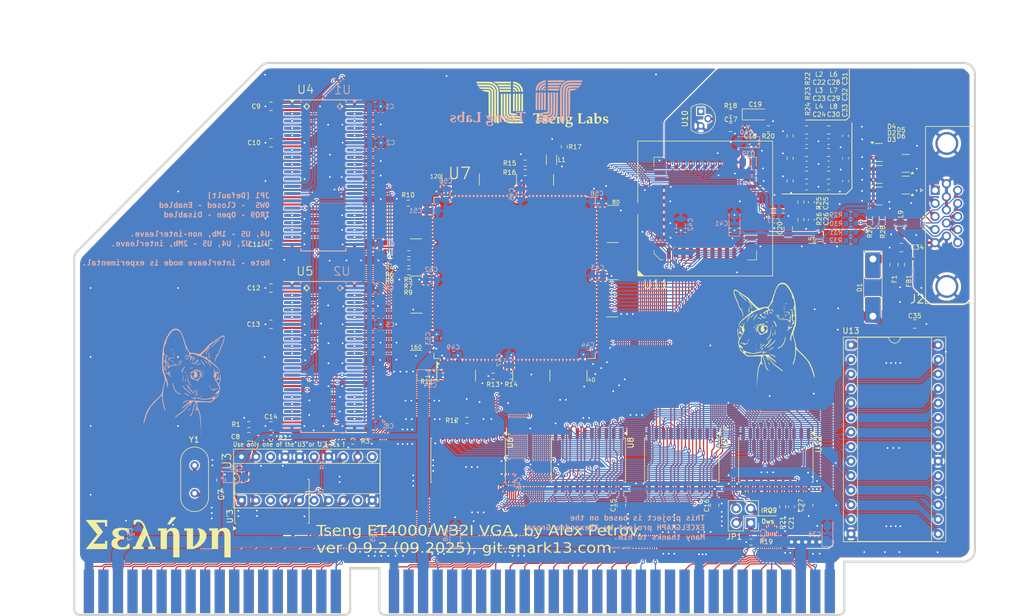
<source format=kicad_pcb>
(kicad_pcb
	(version 20241229)
	(generator "pcbnew")
	(generator_version "9.0")
	(general
		(thickness 1.6)
		(legacy_teardrops no)
	)
	(paper "A4")
	(title_block
		(title "Selena - Tseng ET4000/W32I ISA VGA Card")
		(date "2025-09-13")
		(rev "0.9.2")
		(company "Alexander Petrov")
	)
	(layers
		(0 "F.Cu" signal)
		(2 "B.Cu" signal)
		(9 "F.Adhes" user "F.Adhesive")
		(11 "B.Adhes" user "B.Adhesive")
		(13 "F.Paste" user)
		(15 "B.Paste" user)
		(5 "F.SilkS" user "F.Silkscreen")
		(7 "B.SilkS" user "B.Silkscreen")
		(1 "F.Mask" user)
		(3 "B.Mask" user)
		(17 "Dwgs.User" user "User.Drawings")
		(19 "Cmts.User" user "User.Comments")
		(21 "Eco1.User" user "User.Eco1")
		(23 "Eco2.User" user "User.Eco2")
		(25 "Edge.Cuts" user)
		(27 "Margin" user)
		(31 "F.CrtYd" user "F.Courtyard")
		(29 "B.CrtYd" user "B.Courtyard")
		(35 "F.Fab" user)
		(33 "B.Fab" user)
	)
	(setup
		(stackup
			(layer "F.SilkS"
				(type "Top Silk Screen")
			)
			(layer "F.Paste"
				(type "Top Solder Paste")
			)
			(layer "F.Mask"
				(type "Top Solder Mask")
				(color "Purple")
				(thickness 0.01)
				(material "Epoxy")
				(epsilon_r 3.3)
				(loss_tangent 0)
			)
			(layer "F.Cu"
				(type "copper")
				(thickness 0.035)
			)
			(layer "dielectric 1"
				(type "core")
				(color "FR4 natural")
				(thickness 1.51)
				(material "FR4")
				(epsilon_r 4.5)
				(loss_tangent 0.02)
			)
			(layer "B.Cu"
				(type "copper")
				(thickness 0.035)
			)
			(layer "B.Mask"
				(type "Bottom Solder Mask")
				(color "Purple")
				(thickness 0.01)
				(material "Epoxy")
				(epsilon_r 3.3)
				(loss_tangent 0)
			)
			(layer "B.Paste"
				(type "Bottom Solder Paste")
			)
			(layer "B.SilkS"
				(type "Bottom Silk Screen")
			)
			(copper_finish "ENIG")
			(dielectric_constraints no)
		)
		(pad_to_mask_clearance 0)
		(allow_soldermask_bridges_in_footprints yes)
		(tenting front back)
		(pcbplotparams
			(layerselection 0x00000000_00000000_55555555_575555ff)
			(plot_on_all_layers_selection 0x00000000_00000000_00000000_02000000)
			(disableapertmacros no)
			(usegerberextensions yes)
			(usegerberattributes yes)
			(usegerberadvancedattributes yes)
			(creategerberjobfile yes)
			(dashed_line_dash_ratio 12.000000)
			(dashed_line_gap_ratio 3.000000)
			(svgprecision 4)
			(plotframeref no)
			(mode 1)
			(useauxorigin no)
			(hpglpennumber 1)
			(hpglpenspeed 20)
			(hpglpendiameter 15.000000)
			(pdf_front_fp_property_popups yes)
			(pdf_back_fp_property_popups yes)
			(pdf_metadata yes)
			(pdf_single_document no)
			(dxfpolygonmode yes)
			(dxfimperialunits yes)
			(dxfusepcbnewfont yes)
			(psnegative no)
			(psa4output no)
			(plot_black_and_white yes)
			(sketchpadsonfab no)
			(plotpadnumbers no)
			(hidednponfab no)
			(sketchdnponfab yes)
			(crossoutdnponfab yes)
			(subtractmaskfromsilk yes)
			(outputformat 1)
			(mirror no)
			(drillshape 0)
			(scaleselection 1)
			(outputdirectory "gerbers/")
		)
	)
	(net 0 "")
	(net 1 "/SD0")
	(net 2 "/SD1")
	(net 3 "/SD2")
	(net 4 "/SD3")
	(net 5 "/SD4")
	(net 6 "/SD5")
	(net 7 "/SD6")
	(net 8 "/SD7")
	(net 9 "/SD8")
	(net 10 "/SD9")
	(net 11 "/SD10")
	(net 12 "/SD11")
	(net 13 "/SD12")
	(net 14 "/SD13")
	(net 15 "/SD14")
	(net 16 "/SD15")
	(net 17 "/RESET")
	(net 18 "/LA23")
	(net 19 "/IOCHRDY")
	(net 20 "/LA22")
	(net 21 "/AEN")
	(net 22 "/BALE")
	(net 23 "/LA21")
	(net 24 "/LA20")
	(net 25 "/LA19")
	(net 26 "/LA18")
	(net 27 "/LA17")
	(net 28 "/SA16")
	(net 29 "/SA15")
	(net 30 "/SA14")
	(net 31 "/SA13")
	(net 32 "/SA12")
	(net 33 "/SA11")
	(net 34 "/SA10")
	(net 35 "/SA9")
	(net 36 "/SA8")
	(net 37 "/SA7")
	(net 38 "/SA6")
	(net 39 "/SA5")
	(net 40 "/SA4")
	(net 41 "/SA3")
	(net 42 "/SA2")
	(net 43 "/SA1")
	(net 44 "/SA0")
	(net 45 "/MD0")
	(net 46 "/MD1")
	(net 47 "/MD2")
	(net 48 "/MD3")
	(net 49 "/MD4")
	(net 50 "/MD5")
	(net 51 "/MD6")
	(net 52 "/MD7")
	(net 53 "VCC")
	(net 54 "RED")
	(net 55 "GREEN")
	(net 56 "BLUE")
	(net 57 "Net-(F1-Pad1)")
	(net 58 "/GMCLK")
	(net 59 "/~{IOR}")
	(net 60 "/~{MCS16}")
	(net 61 "/~{SBHE}")
	(net 62 "/~{IOW}")
	(net 63 "/0WS")
	(net 64 "VSYNC")
	(net 65 "HSYNC")
	(net 66 "/DB11")
	(net 67 "/DB10")
	(net 68 "Net-(C25-Pad1)")
	(net 69 "Net-(C28-Pad1)")
	(net 70 "Net-(C29-Pad1)")
	(net 71 "Net-(C30-Pad1)")
	(net 72 "Net-(C31-Pad1)")
	(net 73 "Net-(C32-Pad1)")
	(net 74 "Net-(C33-Pad1)")
	(net 75 "Net-(C34-Pad1)")
	(net 76 "Net-(C26-Pad1)")
	(net 77 "Net-(D1-K)")
	(net 78 "Net-(J1-UNUSED)")
	(net 79 "unconnected-(J1-~{IOCS16}-Pad64)")
	(net 80 "unconnected-(J1-~{DACK5}-Pad72)")
	(net 81 "unconnected-(J1-BA17-Pad45)")
	(net 82 "unconnected-(J1-DRQ7-Pad77)")
	(net 83 "unconnected-(J1-CLK-Pad20)")
	(net 84 "unconnected-(J1-DRQ3-Pad16)")
	(net 85 "unconnected-(J1--5V-Pad5)")
	(net 86 "unconnected-(J1-DRQ6-Pad75)")
	(net 87 "unconnected-(J1-IRQ15-Pad68)")
	(net 88 "unconnected-(J1-IRQ14-Pad69)")
	(net 89 "unconnected-(J1-~{DACK3}-Pad15)")
	(net 90 "unconnected-(J1-~{SMEMR}-Pad12)")
	(net 91 "unconnected-(J1-DRQ1-Pad18)")
	(net 92 "unconnected-(J1-IRQ3-Pad25)")
	(net 93 "unconnected-(J1-DRQ2-Pad6)")
	(net 94 "unconnected-(J1-~{DACK1}-Pad17)")
	(net 95 "unconnected-(J1-IRQ4-Pad24)")
	(net 96 "unconnected-(J1-OSC-Pad30)")
	(net 97 "unconnected-(J1-IRQ5-Pad23)")
	(net 98 "unconnected-(J1-BA18-Pad44)")
	(net 99 "unconnected-(J1-IRQ7-Pad21)")
	(net 100 "unconnected-(J1-IRQ12-Pad67)")
	(net 101 "unconnected-(J1-TC-Pad27)")
	(net 102 "unconnected-(J1-~{DACK7}-Pad76)")
	(net 103 "GND")
	(net 104 "GNDA")
	(net 105 "unconnected-(J1-IRQ6-Pad22)")
	(net 106 "unconnected-(J1-~{REFRESH}-Pad19)")
	(net 107 "unconnected-(J1-DRQ0-Pad71)")
	(net 108 "/IRQ2")
	(net 109 "unconnected-(J1-~{DACK0}-Pad70)")
	(net 110 "Net-(J1-IRQ2)")
	(net 111 "unconnected-(J1-BA19-Pad43)")
	(net 112 "unconnected-(J1-IO-Pad32)")
	(net 113 "unconnected-(J1-MASTER-Pad79)")
	(net 114 "unconnected-(J1-+12V-Pad9)")
	(net 115 "unconnected-(J1-DRQ5-Pad73)")
	(net 116 "unconnected-(J1-~{SMEMW}-Pad11)")
	(net 117 "unconnected-(J1--12V-Pad7)")
	(net 118 "unconnected-(J1-IRQ11-Pad66)")
	(net 119 "unconnected-(J1-IRQ10-Pad65)")
	(net 120 "unconnected-(J1-~{DACK2}-Pad26)")
	(net 121 "unconnected-(J1-~{DACK6}-Pad74)")
	(net 122 "Net-(J2-Pad12)")
	(net 123 "Net-(J2-Pad4)")
	(net 124 "Net-(J2-Pad15)")
	(net 125 "Net-(J2-Pad11)")
	(net 126 "/DB15")
	(net 127 "/DB6")
	(net 128 "/~{RDMH}")
	(net 129 "/~{RDML}")
	(net 130 "/DB5")
	(net 131 "/DB9")
	(net 132 "unconnected-(U1-NC-Pad15)")
	(net 133 "/DB12")
	(net 134 "/~{ROME}")
	(net 135 "/DB13")
	(net 136 "/DB2")
	(net 137 "/DB14")
	(net 138 "/DB3")
	(net 139 "unconnected-(U1-NC-Pad12)")
	(net 140 "unconnected-(U1-NC-Pad30)")
	(net 141 "/DB1")
	(net 142 "/DB8")
	(net 143 "/DIR")
	(net 144 "unconnected-(U1-NC-Pad11)")
	(net 145 "/DB4")
	(net 146 "unconnected-(U'3-STROBE-Pad6)")
	(net 147 "/DB7")
	(net 148 "unconnected-(U3-FEXT{slash}MS2-Pad3)")
	(net 149 "unconnected-(U'3-REFOUT-Pad18)")
	(net 150 "/~{ADRE}")
	(net 151 "/DB0")
	(net 152 "unconnected-(U3-MS1-Pad11)")
	(net 153 "unconnected-(U3-STROBE-Pad6)")
	(net 154 "unconnected-(U3-MS0-Pad9)")
	(net 155 "unconnected-(U3-REFOUT-Pad18)")
	(net 156 "unconnected-(U2-NC-Pad12)")
	(net 157 "unconnected-(U2-NC-Pad15)")
	(net 158 "unconnected-(U2-NC-Pad11)")
	(net 159 "unconnected-(U2-NC-Pad30)")
	(net 160 "unconnected-(U4-NC-Pad11)")
	(net 161 "unconnected-(U4-NC-Pad15)")
	(net 162 "unconnected-(U4-NC-Pad30)")
	(net 163 "unconnected-(U4-NC-Pad12)")
	(net 164 "unconnected-(U5-NC-Pad12)")
	(net 165 "/AB4")
	(net 166 "/AB6")
	(net 167 "/AA8")
	(net 168 "/~{CAS5}")
	(net 169 "/MD10")
	(net 170 "/MD22")
	(net 171 "/AA6")
	(net 172 "/MD12")
	(net 173 "/AA0")
	(net 174 "/AA1")
	(net 175 "/MD13")
	(net 176 "/MD25")
	(net 177 "/~{RASB}")
	(net 178 "/MD24")
	(net 179 "/MD11")
	(net 180 "/AA2")
	(net 181 "/~{RASA}")
	(net 182 "/MD9")
	(net 183 "/MD29")
	(net 184 "/AB0")
	(net 185 "/MD20")
	(net 186 "/MD31")
	(net 187 "/AB5")
	(net 188 "/AB2")
	(net 189 "/AA5")
	(net 190 "/MD15")
	(net 191 "/MD8")
	(net 192 "/AB1")
	(net 193 "/~{CAS2}")
	(net 194 "/MD14")
	(net 195 "/~{CAS7}")
	(net 196 "/~{CAS6}")
	(net 197 "/MD26")
	(net 198 "/MD23")
	(net 199 "/MD18")
	(net 200 "/AB3")
	(net 201 "/~{CAS3}")
	(net 202 "/AB7")
	(net 203 "/MD16")
	(net 204 "/~{CAS0}")
	(net 205 "/AA4")
	(net 206 "/MD30")
	(net 207 "/MD17")
	(net 208 "/AA3")
	(net 209 "/AA7")
	(net 210 "/~{CAS1}")
	(net 211 "/MD28")
	(net 212 "/MD21")
	(net 213 "/MD27")
	(net 214 "/MD19")
	(net 215 "/~{CAS4}")
	(net 216 "/AB8")
	(net 217 "/~{DRASA}")
	(net 218 "/~{DRASB}")
	(net 219 "/~{DCAS5}")
	(net 220 "/~{DCAS4}")
	(net 221 "/~{DCAS6}")
	(net 222 "/~{DCAS7}")
	(net 223 "/~{DCAS1}")
	(net 224 "/~{DCAS0}")
	(net 225 "/~{DCAS2}")
	(net 226 "/~{DCAS3}")
	(net 227 "/~{MWA}")
	(net 228 "/~{MWB}")
	(net 229 "/PCLKDAC")
	(net 230 "/~{SENSE}")
	(net 231 "unconnected-(U5-NC-Pad30)")
	(net 232 "/~{PMER}")
	(net 233 "/AP4")
	(net 234 "/AP5")
	(net 235 "/~{PMEW}")
	(net 236 "/AP2")
	(net 237 "/MBS")
	(net 238 "/AP0")
	(net 239 "/AP6")
	(net 240 "/AP7")
	(net 241 "/AP3")
	(net 242 "/AP1")
	(net 243 "/COMP")
	(net 244 "/VREF")
	(net 245 "/RSET")
	(net 246 "unconnected-(U5-NC-Pad15)")
	(net 247 "/~{MEM_R}")
	(net 248 "/~{MEM_W}")
	(net 249 "unconnected-(U5-NC-Pad11)")
	(net 250 "/CS0")
	(net 251 "/CS1")
	(net 252 "/MCLK")
	(net 253 "/CS3")
	(net 254 "/CS2")
	(net 255 "/SCLK")
	(net 256 "unconnected-(U7-AB9-Pad81)")
	(net 257 "unconnected-(U7-AA9{slash}~{XR16}-Pad75)")
	(net 258 "unconnected-(U7-IM4-Pad82)")
	(net 259 "unconnected-(U7-IM3-Pad79)")
	(net 260 "unconnected-(U7-IM7-Pad159)")
	(net 261 "unconnected-(U7-S0-Pad26)")
	(net 262 "unconnected-(U7-IM2-Pad42)")
	(net 263 "unconnected-(U7-IM1-Pad39)")
	(net 264 "VDDA")
	(net 265 "unconnected-(U7-IM5-Pad119)")
	(net 266 "unconnected-(U7-IM0-Pad2)")
	(net 267 "unconnected-(U7-IM6-Pad122)")
	(net 268 "/REST")
	(net 269 "/PCLK")
	(net 270 "/UCPC")
	(net 271 "Net-(U'3-XTAL1)")
	(net 272 "unconnected-(U'3-MS1-Pad11)")
	(net 273 "unconnected-(U'3-FEXT{slash}MS2-Pad3)")
	(net 274 "Net-(U'3-XTAL2)")
	(net 275 "unconnected-(U'3-MS0-Pad9)")
	(footprint "Capacitor_SMD:C_0603_1608Metric" (layer "F.Cu") (at 202.198779 76.7008 90))
	(footprint "Capacitor_SMD:C_0805_2012Metric" (layer "F.Cu") (at 217.925 81.575 180))
	(footprint "Diode_SMD:D_MELF-RM10_Universal_Handsoldering" (layer "F.Cu") (at 212.948779 88.5758 -90))
	(footprint "Fuse:Fuse_0805_2012Metric_Pad1.15x1.40mm_HandSolder" (layer "F.Cu") (at 216.625 84.575 90))
	(footprint "Inductor_SMD:L_0805_2012Metric_Pad1.15x1.40mm_HandSolder" (layer "F.Cu") (at 219.175 84.575 -90))
	(footprint "Resistor_SMD:R_0603_1608Metric" (layer "F.Cu") (at 200.348779 73.6508 -90))
	(footprint "Resistor_SMD:R_0603_1608Metric" (layer "F.Cu") (at 200.348779 76.7008 90))
	(footprint "Connector_PCBEdge:BUS_AT" (layer "F.Cu") (at 205.414679 141.67838))
	(footprint "Inductor_SMD:L_0805_2012Metric_Pad1.15x1.40mm_HandSolder" (layer "F.Cu") (at 205.194859 64.943495))
	(footprint "Inductor_SMD:L_0805_2012Metric_Pad1.15x1.40mm_HandSolder" (layer "F.Cu") (at 201.358299 61.013099))
	(footprint "Inductor_SMD:L_0805_2012Metric_Pad1.15x1.40mm_HandSolder" (layer "F.Cu") (at 201.358299 64.942479))
	(footprint "Inductor_SMD:L_0805_2012Metric_Pad1.15x1.40mm_HandSolder" (layer "F.Cu") (at 201.358299 68.904879))
	(footprint "Inductor_SMD:L_0805_2012Metric_Pad1.15x1.40mm_HandSolder" (layer "F.Cu") (at 205.194859 68.909959))
	(footprint "Inductor_SMD:L_0805_2012Metric_Pad1.15x1.40mm_HandSolder" (layer "F.Cu") (at 205.194859 61.013099))
	(footprint "Resistor_SMD:R_0603_1608Metric" (layer "F.Cu") (at 198.486719 69.929659 90))
	(footprint "Resistor_SMD:R_0603_1608Metric" (layer "F.Cu") (at 198.486719 62.037879 90))
	(footprint "Resistor_SMD:R_0603_1608Metric" (layer "F.Cu") (at 198.486719 65.967259 90))
	(footprint "Capacitor_SMD:C_0603_1608Metric" (layer "F.Cu") (at 205.194859 66.984639))
	(footprint "Capacitor_SMD:C_0603_1608Metric" (layer "F.Cu") (at 201.358079 66.989719))
	(footprint "Capacitor_SMD:C_0603_1608Metric" (layer "F.Cu") (at 205.194479 63.034939))
	(footprint "Capacitor_SMD:C_0603_1608Metric" (layer "F.Cu") (at 205.194859 70.967359))
	(footprint "Capacitor_SMD:C_0603_1608Metric" (layer "F.Cu") (at 201.351459 63.024779))
	(footprint "Capacitor_SMD:C_0603_1608Metric" (layer "F.Cu") (at 201.358299 70.962279))
	(footprint "Capacitor_SMD:C_0603_1608Metric" (layer "F.Cu") (at 208.166659 65.968639 -90))
	(footprint "Capacitor_SMD:C_0603_1608Metric" (layer "F.Cu") (at 208.164119 62.040639 -90))
	(footprint "Capacitor_SMD:C_0603_1608Metric" (layer "F.Cu") (at 208.166659 69.937499 -90))
	(footprint "Connector_Dsub:DSUB-15-HD_Female_Horizontal_P2.29x1.98mm_EdgePinOffset3.03mm_Housed_MountingHolesOffset4.94mm" (layer "F.Cu") (at 223.825 71.56 90))
	(footprint "Capacitor_SMD:C_0603_1608Metric" (layer "F.Cu") (at 202.198779 73.6508 -90))
	(footprint "MySymbols:sphinx-logo"
		(layer "F.Cu")
		(uuid "02d1efb0-e655-455a-ac9d-f92a64e78deb")
		(at 197.867048 105.874961)
		(property "Reference" "G***"
			(at -0.18288 3.556 0)
			(layer "F.SilkS")
			(hide yes)
			(uuid "274dfd80-e5b0-4112-a0ca-e8da326940a7")
			(effects
				(font
					(size 1.524 1.524)
					(thickness 0.3)
				)
			)
		)
		(property "Value" "LOGO"
			(at 0.16764 5.54736 0)
			(layer "F.SilkS")
			(hide yes)
			(uuid "dd348d81-4571-45f3-b0ed-101dc2f76f76")
			(effects
				(font
					(size 1.524 1.524)
					(thickness 0.3)
				)
			)
		)
		(property "Datasheet" ""
			(at 0 0 0)
			(layer "F.Fab")
			(hide yes)
			(uuid "2a88dac7-41e3-43b5-9c79-cf2510f662e8")
			(effects
				(font
					(size 1.27 1.27)
					(thickness 0.15)
				)
			)
		)
		(property "Description" ""
			(at 0 0 0)
			(layer "F.Fab")
			(hide yes)
			(uuid "8507808f-009e-4936-815d-f6c9653ba12d")
			(effects
				(font
					(size 1.27 1.27)
					(thickness 0.15)
				)
			)
		)
		(attr through_hole board_only exclude_from_bom allow_missing_courtyard)
		(fp_poly
			(pts
				(xy -6.407573 -8.39216) (xy -6.449906 -8.349827) (xy -6.49224 -8.39216) (xy -6.449906 -8.434493)
				(xy -6.407573 -8.39216)
			)
			(stroke
				(width 0.01)
				(type solid)
			)
			(fill yes)
			(layer "F.SilkS")
			(uuid "ca914871-e5f8-4b93-adc8-8ed57878d3fc")
		)
		(fp_poly
			(pts
				(xy -5.560906 -9.831493) (xy -5.60324 -9.78916) (xy -5.645573 -9.831493) (xy -5.60324 -9.873827)
				(xy -5.560906 -9.831493)
			)
			(stroke
				(width 0.01)
				(type solid)
			)
			(fill yes)
			(layer "F.SilkS")
			(uuid "801e0274-5d7b-41b2-9441-e2cc16848e46")
		)
		(fp_poly
			(pts
				(xy -5.47624 -10.085493) (xy -5.518573 -10.04316) (xy -5.560906 -10.085493) (xy -5.518573 -10.127827)
				(xy -5.47624 -10.085493)
			)
			(stroke
				(width 0.01)
				(type solid)
			)
			(fill yes)
			(layer "F.SilkS")
			(uuid "e22dba1c-8b49-4058-8066-32809dba397d")
		)
		(fp_poly
			(pts
				(xy -5.391573 -10.254827) (xy -5.433906 -10.212493) (xy -5.47624 -10.254827) (xy -5.433906 -10.29716)
				(xy -5.391573 -10.254827)
			)
			(stroke
				(width 0.01)
				(type solid)
			)
			(fill yes)
			(layer "F.SilkS")
			(uuid "e9d10235-d950-47b5-8e2a-5b820f0d0d25")
		)
		(fp_poly
			(pts
				(xy -5.306906 -7.291493) (xy -5.34924 -7.24916) (xy -5.391573 -7.291493) (xy -5.34924 -7.333827)
				(xy -5.306906 -7.291493)
			)
			(stroke
				(width 0.01)
				(type solid)
			)
			(fill yes)
			(layer "F.SilkS")
			(uuid "f1cb5b17-f83a-4d0c-93b0-6627bfc57d34")
		)
		(fp_poly
			(pts
				(xy -5.306906 -6.783493) (xy -5.34924 -6.74116) (xy -5.391573 -6.783493) (xy -5.34924 -6.825827)
				(xy -5.306906 -6.783493)
			)
			(stroke
				(width 0.01)
				(type solid)
			)
			(fill yes)
			(layer "F.SilkS")
			(uuid "c262d77d-da60-4b27-8dd0-17d888712263")
		)
		(fp_poly
			(pts
				(xy -5.22224 -6.444827) (xy -5.264573 -6.402493) (xy -5.306906 -6.444827) (xy -5.264573 -6.48716)
				(xy -5.22224 -6.444827)
			)
			(stroke
				(width 0.01)
				(type solid)
			)
			(fill yes)
			(layer "F.SilkS")
			(uuid "ce955f03-06e9-47fc-a33f-1804a587c583")
		)
		(fp_poly
			(pts
				(xy -4.46024 -7.63016) (xy -4.502573 -7.587827) (xy -4.544906 -7.63016) (xy -4.502573 -7.672493)
				(xy -4.46024 -7.63016)
			)
			(stroke
				(width 0.01)
				(type solid)
			)
			(fill yes)
			(layer "F.SilkS")
			(uuid "51c33fb8-21e1-4e0e-86ce-8de1d0725de1")
		)
		(fp_poly
			(pts
				(xy -2.42824 -14.403493) (xy -2.470573 -14.36116) (xy -2.512906 -14.403493) (xy -2.470573 -14.445827)
				(xy -2.42824 -14.403493)
			)
			(stroke
				(width 0.01)
				(type solid)
			)
			(fill yes)
			(layer "F.SilkS")
			(uuid "9afd2438-3aa4-46c2-8d00-8072133b6856")
		)
		(fp_poly
			(pts
				(xy -2.42824 -13.641493) (xy -2.470573 -13.59916) (xy -2.512906 -13.641493) (xy -2.470573 -13.683827)
				(xy -2.42824 -13.641493)
			)
			(stroke
				(width 0.01)
				(type solid)
			)
			(fill yes)
			(layer "F.SilkS")
			(uuid "3ef8d6e2-a3c6-4cb5-91db-c8406d0df426")
		)
		(fp_poly
			(pts
				(xy -2.343573 -14.149493) (xy -2.385906 -14.10716) (xy -2.42824 -14.149493) (xy -2.385906 -14.191827)
				(xy -2.343573 -14.149493)
			)
			(stroke
				(width 0.01)
				(type solid)
			)
			(fill yes)
			(layer "F.SilkS")
			(uuid "79541bd3-f563-4cb9-9df0-cf5bc226f77d")
		)
		(fp_poly
			(pts
				(xy -2.258906 -14.826827) (xy -2.30124 -14.784493) (xy -2.343573 -14.826827) (xy -2.30124 -14.86916)
				(xy -2.258906 -14.826827)
			)
			(stroke
				(width 0.01)
				(type solid)
			)
			(fill yes)
			(layer "F.SilkS")
			(uuid "d19ae0d4-b463-47a2-ab4b-896a495a6c5d")
		)
		(fp_poly
			(pts
				(xy -7.78907 -10.990368) (xy -7.778976 -10.858045) (xy -7.795754 -10.828091) (xy -7.834236 -10.853342)
				(xy -7.840222 -10.939216) (xy -7.819545 -11.029558) (xy -7.78907 -10.990368)
			)
			(stroke
				(width 0.01)
				(type solid)
			)
			(fill yes)
			(layer "F.SilkS")
			(uuid "fa740f2d-36f2-4411-bcf9-7720a0f2031a")
		)
		(fp_poly
			(pts
				(xy -7.367129 -10.522938) (xy -7.356996 -10.422458) (xy -7.367129 -10.410049) (xy -7.417463 -10.421671)
				(xy -7.423573 -10.466493) (xy -7.392595 -10.536184) (xy -7.367129 -10.522938)
			)
			(stroke
				(width 0.01)
				(type solid)
			)
			(fill yes)
			(layer "F.SilkS")
			(uuid "902dd6c0-de1b-417c-97a9-22ad7216f62a")
		)
		(fp_poly
			(pts
				(xy -5.419795 -10.692271) (xy -5.431418 -10.641937) (xy -5.47624 -10.635827) (xy -5.54593 -10.666805)
				(xy -5.532684 -10.692271) (xy -5.432205 -10.702404) (xy -5.419795 -10.692271)
			)
			(stroke
				(width 0.01)
				(type solid)
			)
			(fill yes)
			(layer "F.SilkS")
			(uuid "1f3a2097-7bc7-4f02-95db-46112c58f4b6")
		)
		(fp_poly
			(pts
				(xy -5.079736 0.185632) (xy -5.069643 0.317955) (xy -5.08642 0.347909) (xy -5.124902 0.322658) (xy -5.130889 0.236784)
				(xy -5.110212 0.146442) (xy -5.079736 0.185632)
			)
			(stroke
				(width 0.01)
				(type solid)
			)
			(fill yes)
			(layer "F.SilkS")
			(uuid "31102f6e-414b-47b1-b097-5b8082b107e3")
		)
		(fp_poly
			(pts
				(xy -0.340167 -14.04366) (xy -0.328984 -13.870318) (xy -0.340167 -13.831993) (xy -0.371069 -13.821357)
				(xy -0.382871 -13.937827) (xy -0.369566 -14.058022) (xy -0.340167 -14.04366)
			)
			(stroke
				(width 0.01)
				(type solid)
			)
			(fill yes)
			(layer "F.SilkS")
			(uuid "646a7443-ee64-46c1-9ba5-99109575c04d")
		)
		(fp_poly
			(pts
				(xy -5.6102 -10.476856) (xy -5.621011 -10.381944) (xy -5.677306 -10.235213) (xy -5.719386 -10.237093)
				(xy -5.73024 -10.334497) (xy -5.683741 -10.475296) (xy -5.653469 -10.503947) (xy -5.6102 -10.476856)
			)
			(stroke
				(width 0.01)
				(type solid)
			)
			(fill yes)
			(layer "F.SilkS")
			(uuid "fd9fb41f-e28c-4828-b505-9b8d9010f55e")
		)
		(fp_poly
			(pts
				(xy -0.497112 -13.705175) (xy -0.414068 -13.632954) (xy -0.3601 -13.537411) (xy -0.387905 -13.514493)
				(xy -0.505018 -13.576479) (xy -0.526721 -13.604793) (xy -0.561508 -13.709764) (xy -0.497112 -13.705175)
			)
			(stroke
				(width 0.01)
				(type solid)
			)
			(fill yes)
			(layer "F.SilkS")
			(uuid "208f188b-6548-408a-8ecb-9fcfb0b9ced8")
		)
		(fp_poly
			(pts
				(xy -0.402755 -13.184018) (xy -0.328817 -13.08731) (xy -0.258014 -12.947771) (xy -0.289855 -12.938763)
				(xy -0.397938 -13.050873) (xy -0.469997 -13.171954) (xy -0.4686 -13.216356) (xy -0.402755 -13.184018)
			)
			(stroke
				(width 0.01)
				(type solid)
			)
			(fill yes)
			(layer "F.SilkS")
			(uuid "190ab0fe-53d8-4ac7-9a32-832a104947f1")
		)
		(fp_poly
			(pts
				(xy -0.035714 -14.525432) (xy -0.156155 -14.442796) (xy -0.290742 -14.378451) (xy -0.288888 -14.406648)
				(xy -0.207756 -14.494397) (xy -0.080251 -14.591749) (xy -0.010004 -14.595814) (xy -0.035714 -14.525432)
			)
			(stroke
				(width 0.01)
				(type solid)
			)
			(fill yes)
			(layer "F.SilkS")
			(uuid "901454ea-07ab-47c5-a242-4db942c25202")
		)
		(fp_poly
			(pts
				(xy -7.864698 -13.619942) (xy -7.781889 -13.514493) (xy -7.711767 -13.385123) (xy -7.706067 -13.34516)
				(xy -7.778114 -13.40039) (xy -7.88924 -13.514493) (xy -7.975603 -13.636078) (xy -7.965062 -13.683827)
				(xy -7.864698 -13.619942)
			)
			(stroke
				(width 0.01)
				(type solid)
			)
			(fill yes)
			(layer "F.SilkS")
			(uuid "b9647665-0c4e-4e48-ad07-d25e7e0788d7")
		)
		(fp_poly
			(pts
				(xy -6.602199 -8.052685) (xy -6.664041 -7.916342) (xy -6.751991 -7.842259) (xy -6.758277 -7.841827)
				(xy -6.784888 -7.903177) (xy -6.742359 -8.018412) (xy -6.65694 -8.139826) (xy -6.610387 -8.15753)
				(xy -6.602199 -8.052685)
			)
			(stroke
				(width 0.01)
				(type solid)
			)
			(fill yes)
			(layer "F.SilkS")
			(uuid "4508fc74-dbd7-4604-9cbf-218d91c60ceb")
		)
		(fp_poly
			(pts
				(xy -5.07947 -6.347803) (xy -5.09524 -6.317827) (xy -5.175014 -6.23697) (xy -5.1899 -6.23316) (xy -5.195677 -6.28785)
				(xy -5.179906 -6.317827) (xy -5.100132 -6.398684) (xy -5.085246 -6.402493) (xy -5.07947 -6.347803)
			)
			(stroke
				(width 0.01)
				(type solid)
			)
			(fill yes)
			(layer "F.SilkS")
			(uuid "20344424-706a-405a-8a02-05e7f7752a21")
		)
		(fp_poly
			(pts
				(xy -2.350096 -10.589623) (xy -2.343573 -10.561154) (xy -2.405359 -10.441462) (xy -2.42824 -10.42416)
				(xy -2.506383 -10.42803) (xy -2.512906 -10.4565) (xy -2.451121 -10.576191) (xy -2.42824 -10.593493)
				(xy -2.350096 -10.589623)
			)
			(stroke
				(width 0.01)
				(type solid)
			)
			(fill yes)
			(layer "F.SilkS")
			(uuid "c1e4b949-50f8-4958-858d-99dcee8b4c9f")
		)
		(fp_poly
			(pts
				(xy -0.607906 -12.011216) (xy -0.449273 -11.969862) (xy -0.39624 -11.93829) (xy -0.468919 -11.913857)
				(xy -0.607906 -11.905827) (xy -0.76708 -11.930813) (xy -0.819573 -11.978753) (xy -0.749131 -12.019491)
				(xy -0.607906 -12.011216)
			)
			(stroke
				(width 0.01)
				(type solid)
			)
			(fill yes)
			(layer "F.SilkS")
			(uuid "6bbd930f-4f04-4ce9-a6c1-5f7a22c5fcb0")
		)
		(fp_poly
			(pts
				(xy 0.281094 -10.42416) (xy 0.362531 -10.315917) (xy 0.36576 -10.292163) (xy 0.301181 -10.214774)
				(xy 0.281094 -10.212493) (xy 0.206789 -10.281409) (xy 0.196427 -10.34449) (xy 0.237473 -10.432125)
				(xy 0.281094 -10.42416)
			)
			(stroke
				(width 0.01)
				(type solid)
			)
			(fill yes)
			(layer "F.SilkS")
			(uuid "fec9e856-25a3-4924-b5d7-29f1716c2abe")
		)
		(fp_poly
			(pts
				(xy -3.848423 -12.272037) (xy -3.696622 -12.170995) (xy -3.689067 -12.164761) (xy -3.572341 -12.042463)
				(xy -3.584486 -11.997779) (xy -3.699528 -12.039792) (xy -3.819059 -12.119311) (xy -3.926988 -12.228879)
				(xy -3.936887 -12.288069) (xy -3.848423 -12.272037)
			)
			(stroke
				(width 0.01)
				(type solid)
			)
			(fill yes)
			(layer "F.SilkS")
			(uuid "dd3b5e86-2233-462f-a79d-74279c5475de")
		)
		(fp_poly
			(pts
				(xy -3.100102 -4.173162) (xy -3.063338 -4.077401) (xy -2.989393 -3.843417) (xy -2.971341 -3.727974)
				(xy -3.006719 -3.745689) (xy -3.09182 -3.908453) (xy -3.16496 -4.121919) (xy -3.186524 -4.268644)
				(xy -3.160861 -4.28833) (xy -3.100102 -4.173162)
			)
			(stroke
				(width 0.01)
				(type solid)
			)
			(fill yes)
			(layer "F.SilkS")
			(uuid "f081adec-4b53-4224-abb5-af2810d6c6f8")
		)
		(fp_poly
			(pts
				(xy -2.349891 -9.383388) (xy -2.34487 -9.231771) (xy -2.372753 -9.006073) (xy -2.427137 -8.857827)
				(xy -2.471834 -8.829562) (xy -2.471106 -8.959239) (xy -2.45619 -9.069493) (xy -2.409063 -9.328083)
				(xy -2.372316 -9.434631) (xy -2.349891 -9.383388)
			)
			(stroke
				(width 0.01)
				(type solid)
			)
			(fill yes)
			(layer "F.SilkS")
			(uuid "caaf448d-1c50-4f8c-9efb-8af6a792f8be")
		)
		(fp_poly
			(pts
				(xy -1.990458 -9.598318) (xy -1.958772 -9.312988) (xy -1.958777 -9.085708) (xy -1.979724 -8.991601)
				(xy -2.014705 -9.005562) (xy -2.041881 -9.163188) (xy -2.057138 -9.438854) (xy -2.057974 -9.478777)
				(xy -2.068709 -10.085493) (xy -1.990458 -9.598318)
			)
			(stroke
				(width 0.01)
				(type solid)
			)
			(fill yes)
			(layer "F.SilkS")
			(uuid "2f7ad4a3-45b3-43e1-9da0-088073f36602")
		)
		(fp_poly
			(pts
				(xy -1.459902 -12.562067) (xy -1.338602 -12.450356) (xy -1.228008 -12.314555) (xy -1.21186 -12.246371)
				(xy -1.220898 -12.244493) (xy -1.332354 -12.301409) (xy -1.455043 -12.414346) (xy -1.5677 -12.565554)
				(xy -1.561609 -12.617179) (xy -1.459902 -12.562067)
			)
			(stroke
				(width 0.01)
				(type solid)
			)
			(fill yes)
			(layer "F.SilkS")
			(uuid "3d9b8eff-232e-417b-bf0a-4e150690f9c8")
		)
		(fp_poly
			(pts
				(xy -4.130251 -6.676343) (xy -4.148664 -6.62335) (xy -4.256668 -6.488328) (xy -4.386787 -6.396492)
				(xy -4.503484 -6.338209) (xy -4.518734 -6.356895) (xy -4.430089 -6.475361) (xy -4.370403 -6.549129)
				(xy -4.211324 -6.723504) (xy -4.128088 -6.766975) (xy -4.130251 -6.676343)
			)
			(stroke
				(width 0.01)
				(type solid)
			)
			(fill yes)
			(layer "F.SilkS")
			(uuid "a15e07e8-028b-4edf-b48d-ba991eb278ff")
		)
		(fp_poly
			(pts
				(xy 0.054323 -12.539856) (xy -0.008923 -12.511884) (xy -0.178478 -12.378143) (xy -0.240297 -12.28051)
				(xy -0.28743 -12.186371) (xy -0.295695 -12.24469) (xy -0.288948 -12.32916) (xy -0.224579 -12.500773)
				(xy -0.057573 -12.560535) (xy 0.07706 -12.567173) (xy 0.054323 -12.539856)
			)
			(stroke
				(width 0.01)
				(type solid)
			)
			(fill yes)
			(layer "F.SilkS")
			(uuid "01da9b5b-6533-4f0b-8047-e80e3ca21900")
		)
		(fp_poly
			(pts
				(xy -5.753348 -12.555609) (xy -5.825184 -12.468603) (xy -5.867377 -12.433111) (xy -6.04212 -12.25565)
				(xy -6.139969 -12.117493) (xy -6.211537 -12.014094) (xy -6.235665 -12.019763) (xy -6.189271 -12.175577)
				(xy -6.072631 -12.362892) (xy -5.932411 -12.518997) (xy -5.817818 -12.581278) (xy -5.753348 -12.555609)
			)
			(stroke
				(width 0.01)
				(type solid)
			)
			(fill yes)
			(layer "F.SilkS")
			(uuid "142cacbb-ef2b-4093-85a3-6a8f6e945896")
		)
		(fp_poly
			(pts
				(xy -4.325658 -7.448288) (xy -4.422273 -7.315966) (xy -4.425049 -7.31266) (xy -4.547037 -7.164992)
				(xy -4.607504 -7.086882) (xy -4.628322 -7.115625) (xy -4.629573 -7.144335) (xy -4.5753 -7.268016)
				(xy -4.455942 -7.410791) (xy -4.336691 -7.498516) (xy -4.31407 -7.50316) (xy -4.325658 -7.448288)
			)
			(stroke
				(width 0.01)
				(type solid)
			)
			(fill yes)
			(layer "F.SilkS")
			(uuid "5552df40-0d6b-48ce-8885-7b1f3662feda")
		)
		(fp_poly
			(pts
				(xy -3.480634 -11.328536) (xy -3.287298 -11.297518) (xy -3.192261 -11.265698) (xy -3.19024 -11.261564)
				(xy -3.260869 -11.231553) (xy -3.422602 -11.228533) (xy -3.600205 -11.247774) (xy -3.718446 -11.284548)
				(xy -3.729637 -11.295466) (xy -3.6853 -11.331001) (xy -3.522941 -11.332798) (xy -3.480634 -11.328536)
			)
			(stroke
				(width 0.01)
				(type solid)
			)
			(fill yes)
			(layer "F.SilkS")
			(uuid "3986fddc-ea1e-4837-967d-76b7beda6467")
		)
		(fp_poly
			(pts
				(xy -2.873685 -13.02871) (xy -2.685334 -12.937674) (xy -2.494793 -12.822485) (xy -2.435295 -12.77953)
				(xy -2.439455 -12.751784) (xy -2.547822 -12.764053) (xy -2.703099 -12.805457) (xy -2.825467 -12.853625)
				(xy -2.987543 -12.966464) (xy -3.053449 -13.053843) (xy -3.012254 -13.074473) (xy -2.873685 -13.02871)
			)
			(stroke
				(width 0.01)
				(type solid)
			)
			(fill yes)
			(layer "F.SilkS")
			(uuid "0685faf7-a776-4ac6-a89e-2280fc80f501")
		)
		(fp_poly
			(pts
				(xy -2.695274 -13.546215) (xy -2.545895 -13.418319) (xy -2.395959 -13.261878) (xy -2.290204 -13.1233)
				(xy -2.270866 -13.050978) (xy -2.348007 -13.081331) (xy -2.498042 -13.205344) (xy -2.598802 -13.304095)
				(xy -2.746497 -13.472312) (xy -2.81081 -13.579157) (xy -2.799356 -13.59916) (xy -2.695274 -13.546215)
			)
			(stroke
				(width 0.01)
				(type solid)
			)
			(fill yes)
			(layer "F.SilkS")
			(uuid "18096b05-92a8-427a-891e-9973582933e5")
		)
		(fp_poly
			(pts
				(xy -4.724384 -12.015039) (xy -4.53312 -11.908644) (xy -4.420925 -11.794455) (xy -4.416098 -11.739975)
				(xy -4.42214 -11.73931) (xy -4.556279 -11.790542) (xy -4.604796 -11.830249) (xy -4.748192 -11.913562)
				(xy -4.967884 -11.9876) (xy -4.981562 -11.990916) (xy -5.264573 -12.057827) (xy -4.998786 -12.066494)
				(xy -4.724384 -12.015039)
			)
			(stroke
				(width 0.01)
				(type solid)
			)
			(fill yes)
			(layer "F.SilkS")
			(uuid "f0fc16de-4325-4756-bb8d-466fd6be3c5e")
		)
		(fp_poly
			(pts
				(xy -2.620772 -8.368091) (xy -2.740663 -8.198446) (xy -2.860344 -8.05644) (xy -3.053114 -7.861094)
				(xy -3.198889 -7.758994) (xy -3.271332 -7.767095) (xy -3.274906 -7.789533) (xy -3.220106 -7.861934)
				(xy -3.078531 -8.015267) (xy -2.93624 -8.160572) (xy -2.723968 -8.356573) (xy -2.61701 -8.423273)
				(xy -2.620772 -8.368091)
			)
			(stroke
				(width 0.01)
				(type solid)
			)
			(fill yes)
			(layer "F.SilkS")
			(uuid "77f5d077-a2ba-4379-a504-88f4eb17539b")
		)
		(fp_poly
			(pts
				(xy -6.302059 -12.44018) (xy -6.367847 -12.322794) (xy -6.442772 -12.219039) (xy -6.622883 -11.93129)
				(xy -6.769653 -11.611279) (xy -6.791136 -11.548382) (xy -6.856053 -11.371061) (xy -6.896581 -11.319279)
				(xy -6.903468 -11.355493) (xy -6.848294 -11.657669) (xy -6.708523 -11.987471) (xy -6.519115 -12.278039)
				(xy -6.328712 -12.454666) (xy -6.302059 -12.44018)
			)
			(stroke
				(width 0.01)
				(type solid)
			)
			(fill yes)
			(layer "F.SilkS")
			(uuid "0958cce5-cafb-4fb2-b201-9bc6ee0310b4")
		)
		(fp_poly
			(pts
				(xy -2.223042 -6.869546) (xy -2.338657 -6.76988) (xy -2.385906 -6.736589) (xy -2.650137 -6.566884)
				(xy -2.882627 -6.43502) (xy -3.046641 -6.360228) (xy -3.105573 -6.359851) (xy -3.039242 -6.430518)
				(xy -2.873393 -6.550277) (xy -2.657745 -6.688204) (xy -2.442017 -6.813375) (xy -2.275927 -6.894867)
				(xy -2.221164 -6.909936) (xy -2.223042 -6.869546)
			)
			(stroke
				(width 0.01)
				(type solid)
			)
			(fill yes)
			(layer "F.SilkS")
			(uuid "6a1de8c9-fb45-4a82-af46-f5b0c989d5c1")
		)
		(fp_poly
			(pts
				(xy -6.46409 -13.895493) (xy -6.502996 -13.577852) (xy -6.525422 -13.261667) (xy -6.526119 -13.239327)
				(xy -6.548547 -13.035088) (xy -6.593544 -12.926978) (xy -6.606599 -12.921827) (xy -6.641529 -12.996404)
				(xy -6.644808 -13.184195) (xy -6.635951 -13.28166) (xy -6.584561 -13.595098) (xy -6.513752 -13.897617)
				(xy -6.501896 -13.937827) (xy -6.410515 -14.23416) (xy -6.46409 -13.895493)
			)
			(stroke
				(width 0.01)
				(type solid)
			)
			(fill yes)
			(layer "F.SilkS")
			(uuid "633055c4-d417-44e7-b7fe-339abaff4892")
		)
		(fp_poly
			(pts
				(xy -4.887014 -10.99566) (xy -4.931934 -10.897371) (xy -4.959925 -10.889827) (xy -5.050545 -10.824986)
				(xy -5.179514 -10.664215) (xy -5.212499 -10.61466) (xy -5.32263 -10.462456) (xy -5.385 -10.4145)
				(xy -5.390147 -10.427358) (xy -5.33995 -10.540093) (xy -5.211644 -10.722076) (xy -5.141014 -10.808358)
				(xy -4.994405 -10.959176) (xy -4.902436 -11.014091) (xy -4.887014 -10.99566)
			)
			(stroke
				(width 0.01)
				(type solid)
			)
			(fill yes)
			(layer "F.SilkS")
			(uuid "75342634-b88b-408b-b43a-8a3e127f9f0b")
		)
		(fp_poly
			(pts
				(xy -2.715948 -9.78916) (xy -2.776766 -9.23631) (xy -2.922785 -8.795049) (xy -3.168953 -8.422895)
				(xy -3.214902 -8.370993) (xy -3.366272 -8.236117) (xy -3.480165 -8.183186) (xy -3.499981 -8.2253)
				(xy -3.436954 -8.28902) (xy -3.16694 -8.588879) (xy -2.950345 -9.016053) (xy -2.804353 -9.532442)
				(xy -2.767449 -9.773416) (xy -2.692295 -10.42416) (xy -2.715948 -9.78916)
			)
			(stroke
				(width 0.01)
				(type solid)
			)
			(fill yes)
			(layer "F.SilkS")
			(uuid "67d20415-85ac-4f31-8451-b07f3bb00f0d")
		)
		(fp_poly
			(pts
				(xy -1.813702 -12.513029) (xy -1.717846 -12.433326) (xy -1.517237 -12.269688) (xy -1.354789 -12.158487)
				(xy -1.314611 -12.138875) (xy -1.240216 -12.073651) (xy -1.250171 -12.044209) (xy -1.340169 -12.058042)
				(xy -1.511061 -12.155213) (xy -1.605949 -12.223118) (xy -1.802703 -12.389482) (xy -1.936053 -12.532759)
				(xy -1.959586 -12.571702) (xy -1.933366 -12.591421) (xy -1.813702 -12.513029)
			)
			(stroke
				(width 0.01)
				(type solid)
			)
			(fill yes)
			(layer "F.SilkS")
			(uuid "374a0624-7217-45d3-a650-83aff0b13c95")
		)
		(fp_poly
			(pts
				(xy -5.113383 -12.622793) (xy -5.185427 -12.499091) (xy -5.258953 -12.405953) (xy -5.460378 -12.130519)
				(xy -5.640799 -11.826279) (xy -5.664428 -11.778827) (xy -5.759159 -11.588495) (xy -5.795952 -11.544383)
				(xy -5.785813 -11.638046) (xy -5.774775 -11.69416) (xy -5.691633 -11.927162) (xy -5.546631 -12.193121)
				(xy -5.375167 -12.438549) (xy -5.212644 -12.609956) (xy -5.140028 -12.653254) (xy -5.113383 -12.622793)
			)
			(stroke
				(width 0.01)
				(type solid)
			)
			(fill yes)
			(layer "F.SilkS")
			(uuid "cc14a535-ca52-481b-949a-1896212cdedb")
		)
		(fp_poly
			(pts
				(xy -3.840205 -7.373208) (xy -3.94221 -7.266427) (xy -3.994573 -7.225857) (xy -4.230588 -7.030089)
				(xy -4.463814 -6.805165) (xy -4.481406 -6.786337) (xy -4.624067 -6.649915) (xy -4.706303 -6.606389)
				(xy -4.71424 -6.619996) (xy -4.653738 -6.735202) (xy -4.501298 -6.911093) (xy -4.300515 -7.106847)
				(xy -4.094986 -7.281641) (xy -3.928306 -7.394652) (xy -3.864368 -7.415811) (xy -3.840205 -7.373208)
			)
			(stroke
				(width 0.01)
				(type solid)
			)
			(fill yes)
			(layer "F.SilkS")
			(uuid "ef1ebbfa-5f0e-4770-ac79-9cde0c099ea1")
		)
		(fp_poly
			(pts
				(xy -2.233449 -11.434882) (xy -2.09888 -11.31716) (xy -1.955715 -11.134407) (xy -1.838732 -10.929215)
				(xy -1.789933 -10.790102) (xy -1.777275 -10.567433) (xy -1.827008 -10.441192) (xy -1.893865 -10.419154)
				(xy -1.919294 -10.544502) (xy -1.92024 -10.600055) (xy -1.979323 -10.878215) (xy -2.126151 -11.155582)
				(xy -2.29388 -11.329723) (xy -2.339499 -11.419077) (xy -2.324644 -11.444979) (xy -2.233449 -11.434882)
			)
			(stroke
				(width 0.01)
				(type solid)
			)
			(fill yes)
			(layer "F.SilkS")
			(uuid "be651893-db26-4f0b-8e75-52ea58db216e")
		)
		(fp_poly
			(pts
				(xy 1.295409 -11.602711) (xy 1.334256 -11.44911) (xy 1.289237 -11.196838) (xy 1.222903 -11.006279)
				(xy 1.164868 -10.920355) (xy 1.151127 -10.922905) (xy 1.068126 -10.90572) (xy 0.983581 -10.825011)
				(xy 0.902654 -10.736051) (xy 0.895804 -10.783589) (xy 0.9228 -10.889827) (xy 1.00938 -11.077298)
				(xy 1.096518 -11.169201) (xy 1.183887 -11.297575) (xy 1.212427 -11.461301) (xy 1.234885 -11.60939)
				(xy 1.295409 -11.602711)
			)
			(stroke
				(width 0.01)
				(type solid)
			)
			(fill yes)
			(layer "F.SilkS")
			(uuid "0b856524-ca0a-4e18-a20d-73abde6dcf8a")
		)
		(fp_poly
			(pts
				(xy -4.390602 -12.680949) (xy -4.412636 -12.599767) (xy -4.410953 -12.470027) (xy -4.303811 -12.328087)
				(xy -4.107635 -12.169167) (xy -3.913078 -12.009665) (xy -3.857878 -11.921618) (xy -3.896505 -11.905827)
				(xy -4.036523 -11.960697) (xy -4.241355 -12.101978) (xy -4.394411 -12.233187) (xy -4.590021 -12.419737)
				(xy -4.675275 -12.527671) (xy -4.663692 -12.593824) (xy -4.568792 -12.65503) (xy -4.552454 -12.663787)
				(xy -4.416708 -12.724764) (xy -4.390602 -12.680949)
			)
			(stroke
				(width 0.01)
				(type solid)
			)
			(fill yes)
			(layer "F.SilkS")
			(uuid "062ef0d3-ceac-4740-978f-144532cc17cc")
		)
		(fp_poly
			(pts
				(xy -8.244613 -16.170256) (xy -8.043154 -16.028414) (xy -7.801376 -15.826608) (xy -7.54876 -15.593144)
				(xy -7.31479 -15.356329) (xy -7.128948 -15.144469) (xy -7.020718 -14.98587) (xy -7.011924 -14.91392)
				(xy -7.083692 -14.946082) (xy -7.207514 -15.079541) (xy -7.239744 -15.121661) (xy -7.396885 -15.299712)
				(xy -7.637503 -15.534319) (xy -7.911989 -15.777342) (xy -7.936625 -15.797953) (xy -8.165876 -15.995638)
				(xy -8.322765 -16.14454) (xy -8.381325 -16.219507) (xy -8.376269 -16.223827) (xy -8.244613 -16.170256)
			)
			(stroke
				(width 0.01)
				(type solid)
			)
			(fill yes)
			(layer "F.SilkS")
			(uuid "7681538c-07e9-488a-8c86-540edc379e2d")
		)
		(fp_poly
			(pts
				(xy -2.68224 -7.964108) (xy -2.738859 -7.890817) (xy -2.887533 -7.733061) (xy -3.096486 -7.521872)
				(xy -3.333944 -7.288284) (xy -3.568131 -7.06333) (xy -3.767272 -6.878043) (xy -3.899592 -6.763456)
				(xy -3.934052 -6.741529) (xy -3.918146 -6.802025) (xy -3.871982 -6.889327) (xy -3.740835 -7.084384)
				(xy -3.677666 -7.164493) (xy -3.551316 -7.291583) (xy -3.360676 -7.460546) (xy -3.142276 -7.64204)
				(xy -2.932644 -7.80672) (xy -2.768312 -7.925243) (xy -2.685807 -7.968266) (xy -2.68224 -7.964108)
			)
			(stroke
				(width 0.01)
				(type solid)
			)
			(fill yes)
			(layer "F.SilkS")
			(uuid "b7ceab76-2f2d-4aaf-830d-582be69734fa")
		)
		(fp_poly
			(pts
				(xy 0.253547 -13.07835) (xy 0.401169 -13.039768) (xy 0.505303 -12.924238) (xy 0.535094 -12.785768)
				(xy 0.497909 -12.630834) (xy 0.358954 -12.592397) (xy 0.344594 -12.592982) (xy 0.230003 -12.607363)
				(xy 0.278246 -12.634967) (xy 0.30226 -12.641523) (xy 0.428066 -12.728878) (xy 0.450427 -12.795329)
				(xy 0.37959 -12.906992) (xy 0.222315 -12.980436) (xy 0.061453 -12.981281) (xy 0.033701 -12.968244)
				(xy -0.075731 -12.978408) (xy -0.099053 -13.005112) (xy -0.071454 -13.064382) (xy 0.06528 -13.090125)
				(xy 0.253547 -13.07835)
			)
			(stroke
				(width 0.01)
				(type solid)
			)
			(fill yes)
			(layer "F.SilkS")
			(uuid "254a7fa4-e866-47dd-9ffd-08755a1a021a")
		)
		(fp_poly
			(pts
				(xy -6.659359 -14.875923) (xy -6.515159 -14.735942) (xy -6.331349 -14.52099) (xy -6.329359 -14.518492)
				(xy -6.104821 -14.190228) (xy -6.011006 -13.938373) (xy -6.049379 -13.771878) (xy -6.195906 -13.70274)
				(xy -6.311379 -13.692729) (xy -6.27007 -13.735963) (xy -6.217073 -13.769582) (xy -6.095345 -13.883765)
				(xy -6.068906 -13.951017) (xy -6.118199 -14.061811) (xy -6.241542 -14.250984) (xy -6.402134 -14.468911)
				(xy -6.563174 -14.665966) (xy -6.687862 -14.79252) (xy -6.699267 -14.801057) (xy -6.74557 -14.888104)
				(xy -6.732886 -14.910736) (xy -6.659359 -14.875923)
			)
			(stroke
				(width 0.01)
				(type solid)
			)
			(fill yes)
			(layer "F.SilkS")
			(uuid "34b6feb9-6af7-48ce-b80c-d2f964c2a661")
		)
		(fp_poly
			(pts
				(xy -1.966311 -8.122648) (xy -2.036018 -7.979205) (xy -2.15873 -7.795309) (xy -2.307145 -7.6161)
				(xy -2.336803 -7.585498) (xy -2.53443 -7.40046) (xy -2.770819 -7.196873) (xy -3.012981 -7.000636)
				(xy -3.227923 -6.83765) (xy -3.382653 -6.733816) (xy -3.444179 -6.715035) (xy -3.44424 -6.716092)
				(xy -3.382638 -6.802805) (xy -3.218595 -6.963779) (xy -2.983253 -7.169209) (xy -2.893577 -7.243037)
				(xy -2.615732 -7.483763) (xy -2.375779 -7.718983) (xy -2.217484 -7.905149) (xy -2.197989 -7.935154)
				(xy -2.079053 -8.101924) (xy -1.983317 -8.179744) (xy -1.976914 -8.180493) (xy -1.966311 -8.122648)
			)
			(stroke
				(width 0.01)
				(type solid)
			)
			(fill yes)
			(layer "F.SilkS")
			(uuid "1cb42e87-4888-43a6-b299-e7226399aa39")
		)
		(fp_poly
			(pts
				(xy -6.831099 -7.663502) (xy -6.830906 -7.656473) (xy -6.904352 -7.468675) (xy -7.123577 -7.365027)
				(xy -7.41934 -7.343648) (xy -7.613352 -7.356335) (xy -7.683781 -7.377897) (xy -7.656406 -7.39219)
				(xy -7.51 -7.457627) (xy -7.507013 -7.522035) (xy -7.62264 -7.565037) (xy -7.832077 -7.566257) (xy -7.863673 -7.562449)
				(xy -8.072497 -7.545123) (xy -8.123672 -7.569488) (xy -8.096506 -7.592338) (xy -7.848773 -7.665842)
				(xy -7.560423 -7.643067) (xy -7.324253 -7.532015) (xy -7.31633 -7.525062) (xy -7.193556 -7.431958)
				(xy -7.102448 -7.453565) (xy -6.992164 -7.576775) (xy -6.876366 -7.690136) (xy -6.831099 -7.663502)
			)
			(stroke
				(width 0.01)
				(type solid)
			)
			(fill yes)
			(layer "F.SilkS")
			(uuid "7e831e17-98ac-4f88-9011-d687026e4400")
		)
		(fp_poly
			(pts
				(xy -3.883503 -6.192646) (xy -3.904233 -6.151754) (xy -3.938129 -6.148493) (xy -4.025667 -6.080152)
				(xy -4.036906 -6.021493) (xy -3.996205 -5.908129) (xy -3.868585 -5.931129) (xy -3.735589 -6.018801)
				(xy -3.567182 -6.122875) (xy -3.482821 -6.135708) (xy -3.508959 -6.065694) (xy -3.601786 -5.976343)
				(xy -3.874494 -5.843787) (xy -4.109786 -5.815778) (xy -4.290702 -5.827507) (xy -4.314485 -5.856343)
				(xy -4.254193 -5.885839) (xy -4.148426 -5.949496) (xy -4.197326 -6.015887) (xy -4.205168 -6.020831)
				(xy -4.255618 -6.087104) (xy -4.155037 -6.152221) (xy -4.123756 -6.164255) (xy -3.958338 -6.203922)
				(xy -3.883503 -6.192646)
			)
			(stroke
				(width 0.01)
				(type solid)
			)
			(fill yes)
			(layer "F.SilkS")
			(uuid "699796d8-2053-4266-98b5-7e5784c9937d")
		)
		(fp_poly
			(pts
				(xy -0.162646 -8.667741) (xy -0.168218 -8.459748) (xy -0.235749 -8.15907) (xy -0.346701 -7.821997)
				(xy -0.482533 -7.50482) (xy -0.624708 -7.26383) (xy -0.625246 -7.263118) (xy -0.849885 -7.021505)
				(xy -1.112615 -6.81753) (xy -1.361196 -6.687369) (xy -1.496906 -6.659503) (xy -1.562225 -6.683672)
				(xy -1.486677 -6.765232) (xy -1.459558 -6.786186) (xy -1.294783 -6.883527) (xy -1.200231 -6.910493)
				(xy -1.067946 -6.976411) (xy -0.888882 -7.145606) (xy -0.701842 -7.375244) (xy -0.545634 -7.622491)
				(xy -0.532919 -7.647096) (xy -0.433271 -7.892646) (xy -0.33508 -8.20915) (xy -0.295788 -8.366763)
				(xy -0.236851 -8.583981) (xy -0.187131 -8.68687) (xy -0.162646 -8.667741)
			)
			(stroke
				(width 0.01)
				(type solid)
			)
			(fill yes)
			(layer "F.SilkS")
			(uuid "7665c3b1-eda8-4767-8d10-d3fede1c37ca")
		)
		(fp_poly
			(pts
				(xy 0.395295 -10.704922) (xy 0.411768 -10.683145) (xy 0.508935 -10.510882) (xy 0.535094 -10.407978)
				(xy 0.58763 -10.307566) (xy 0.69507 -10.324771) (xy 0.74676 -10.381827) (xy 0.864709 -10.44958)
				(xy 0.98459 -10.465474) (xy 1.060469 -10.446213) (xy 1.005885 -10.381632) (xy 0.80966 -10.259269)
				(xy 0.789094 -10.247513) (xy 0.524334 -10.083019) (xy 0.292435 -9.916203) (xy 0.217594 -9.852774)
				(xy 0.086848 -9.74752) (xy 0.027426 -9.7328) (xy 0.027094 -9.736111) (xy 0.083474 -9.828695) (xy 0.222191 -9.977499)
				(xy 0.252558 -10.006199) (xy 0.395731 -10.15855) (xy 0.435445 -10.296355) (xy 0.39208 -10.501522)
				(xy 0.383232 -10.531323) (xy 0.329504 -10.723457) (xy 0.332273 -10.774663) (xy 0.395295 -10.704922)
			)
			(stroke
				(width 0.01)
				(type solid)
			)
			(fill yes)
			(layer "F.SilkS")
			(uuid "b8fbf24e-0d7a-42a6-867a-aa41dbd6fb8e")
		)
		(fp_poly
			(pts
				(xy 0.941586 -13.448121) (xy 0.996271 -13.359305) (xy 1.029688 -13.182677) (xy 1.056264 -12.919123)
				(xy 1.063041 -12.801666) (xy 1.078564 -12.588494) (xy 1.099025 -12.485156) (xy 1.111214 -12.491188)
				(xy 1.188831 -12.574466) (xy 1.276487 -12.561427) (xy 1.297094 -12.504541) (xy 1.243005 -12.388035)
				(xy 1.159736 -12.288564) (xy 1.073311 -12.141617) (xy 1.051036 -11.910228) (xy 1.06264 -11.732183)
				(xy 1.083943 -11.457645) (xy 1.076195 -11.336223) (xy 1.034514 -11.353429) (xy 0.971325 -11.461327)
				(xy 0.940897 -11.607724) (xy 0.924037 -11.876854) (xy 0.922804 -12.22251) (xy 0.928876 -12.413827)
				(xy 0.935692 -12.875025) (xy 0.9116 -13.203044) (xy 0.858819 -13.388611) (xy 0.779573 -13.422451)
				(xy 0.705723 -13.34516) (xy 0.639129 -13.267173) (xy 0.62135 -13.346438) (xy 0.621057 -13.366327)
				(xy 0.678909 -13.484451) (xy 0.808947 -13.511282) (xy 0.941586 -13.448121)
			)
			(stroke
				(width 0.01)
				(type solid)
			)
			(fill yes)
			(layer "F.SilkS")
			(uuid "4d89560d-08ac-4895-ad8b-7994e0212c40")
		)
		(fp_poly
			(pts
				(xy 0.76463 -12.400362) (xy 0.742517 -12.32916) (xy 0.7025 -12.125811) (xy 0.674835 -11.832127)
				(xy 0.667499 -11.630621) (xy 0.664595 -11.369485) (xy 0.662634 -11.193709) (xy 0.662094 -11.146078)
				(xy 0.606256 -11.199346) (xy 0.463583 -11.332889) (xy 0.353697 -11.435248) (xy 0.169422 -11.595436)
				(xy 0.016723 -11.675644) (xy -0.171374 -11.695866) (xy -0.455096 -11.676713) (xy -0.795355 -11.663112)
				(xy -1.05513 -11.705197) (xy -1.310866 -11.812637) (xy -1.519769 -11.927353) (xy -1.647541 -12.013207)
				(xy -1.66624 -12.036268) (xy -1.599269 -12.026776) (xy -1.428883 -11.95511) (xy -1.311297 -11.897523)
				(xy -1.067196 -11.792918) (xy -0.831385 -11.751214) (xy -0.526394 -11.761126) (xy -0.435051 -11.769854)
				(xy -0.124611 -11.791962) (xy 0.077792 -11.773545) (xy 0.230517 -11.705488) (xy 0.300108 -11.655043)
				(xy 0.513965 -11.486823) (xy 0.554913 -11.912975) (xy 0.59909 -12.179996) (xy 0.665625 -12.381928)
				(xy 0.703996 -12.439977) (xy 0.772494 -12.4842) (xy 0.76463 -12.400362)
			)
			(stroke
				(width 0.01)
				(type solid)
			)
			(fill yes)
			(layer "F.SilkS")
			(uuid "fbbbf929-c94a-41b6-879d-c8340bd49c8a")
		)
		(fp_poly
			(pts
				(xy -3.963512 -10.971189) (xy -3.849827 -10.905948) (xy -3.821181 -10.847809) (xy -3.913122 -10.833327)
				(xy -4.134997 -10.856659) (xy -4.420837 -10.872767) (xy -4.571342 -10.827278) (xy -4.581073 -10.815138)
				(xy -4.551796 -10.750616) (xy -4.362454 -10.714836) (xy -4.232403 -10.707958) (xy -3.897526 -10.696156)
				(xy -3.688724 -10.68099) (xy -3.562795 -10.654739) (xy -3.476536 -10.60968) (xy -3.415591 -10.56196)
				(xy -3.326045 -10.411609) (xy -3.285109 -10.182005) (xy -3.287524 -9.918858) (xy -3.328025 -9.667878)
				(xy -3.401352 -9.474777) (xy -3.502242 -9.385264) (xy -3.550594 -9.389206) (xy -3.685658 -9.369632)
				(xy -3.875056 -9.272398) (xy -3.896473 -9.257816) (xy -4.133825 -9.145426) (xy -4.435318 -9.068919)
				(xy -4.531473 -9.057168) (xy -4.743463 -9.048893) (xy -4.808184 -9.068644) (xy -4.772216 -9.092652)
				(xy -4.671421 -9.151048) (xy -4.692997 -9.222099) (xy -4.788584 -9.314152) (xy -4.932593 -9.511759)
				(xy -5.014977 -9.724545) (xy -5.070255 -9.88685) (xy -5.13037 -9.884186) (xy -5.138943 -9.871611)
				(xy -5.17478 -9.703518) (xy -5.163015 -9.648671) (xy -5.174428 -9.548434) (xy -5.213181 -9.53516)
				(xy -5.29395 -9.599592) (xy -5.293515 -9.758176) (xy -5.216073 -9.958842) (xy -5.173578 -10.026502)
				(xy -5.131642 -10.110947) (xy -4.96824 -10.110947) (xy -4.949293 -9.823929) (xy -4.872754 -9.62428)
				(xy -4.720753 -9.443981) (xy -4.521378 -9.266394) (xy -4.360629 -9.20851) (xy -4.170455 -9.258532)
				(xy -4.034135 -9.324927) (xy -3.814166 -9.4961) (xy -3.716233 -9.625339) (xy -3.508148 -9.625339)
				(xy -3.496567 -9.619827) (xy -3.419301 -9.67943) (xy -3.401906 -9.704493) (xy -3.380332 -9.783648)
				(xy -3.391913 -9.78916) (xy -3.469178 -9.729557) (xy -3.486573 -9.704493) (xy -3.508148 -9.625339)
				(xy -3.716233 -9.625339) (xy -3.655165 -9.705927) (xy -3.544195 -9.877689) (xy -3.448836 -9.95774)
				(xy -3.442066 -9.958493) (xy -3.356748 -10.017165) (xy -3.356253 -10.154951) (xy -3.425136 -10.314511)
				(xy -3.547954 -10.438501) (xy -3.575224 -10.452903) (xy -3.792577 -10.531364) (xy -3.949453 -10.552175)
				(xy -4.009739 -10.515457) (xy -3.971188 -10.451575) (xy -3.917347 -10.325179) (xy -3.964621 -10.239908)
				(xy -4.012741 -10.146401) (xy -3.957242 -10.127827) (xy -3.890289 -10.052349) (xy -3.883375 -9.85266)
				(xy -3.931486 -9.650249) (xy -4.049203 -9.562169) (xy -4.116829 -9.548286) (xy -4.338968 -9.586901)
				(xy -4.434329 -9.670302) (xy -4.518221 -9.867779) (xy -4.543145 -10.104878) (xy -4.510514 -10.315691)
				(xy -4.421742 -10.434308) (xy -4.417906 -10.435876) (xy -4.300111 -10.518331) (xy -4.34255 -10.599977)
				(xy -4.52374 -10.660784) (xy -4.754661 -10.66436) (xy -4.894878 -10.554649) (xy -4.959475 -10.312994)
				(xy -4.96824 -10.110947) (xy -5.131642 -10.110947) (xy -5.086141 -10.20257) (xy -5.075375 -10.320508)
				(xy -5.12991 -10.316795) (xy -5.229019 -10.190662) (xy -5.289629 -10.085493) (xy -5.39501 -9.904535)
				(xy -5.461332 -9.825624) (xy -5.472498 -9.836084) (xy -5.424533 -9.986666) (xy -5.295548 -10.21204)
				(xy -5.120093 -10.463231) (xy -4.932714 -10.691264) (xy -4.76796 -10.847165) (xy -4.750899 -10.858997)
				(xy -4.498039 -10.966097) (xy -4.212825 -11.00468) (xy -3.963512 -10.971189)
			)
			(stroke
				(width 0.01)
				(type solid)
			)
			(fill yes)
			(layer "F.SilkS")
			(uuid "a6ed06e9-cedf-4f06-9147-799c98013811")
		)
		(fp_poly
			(pts
				(xy -7.339119 -11.080661) (xy -7.338906 -11.069154) (xy -7.400692 -10.949462) (xy -7.423573 -10.93216)
				(xy -7.468765 -10.825189) (xy -7.497016 -10.603646) (xy -7.502289 -10.397997) (xy -7.491866 -10.137822)
				(xy -7.467235 -10.035698) (xy -7.425652 -10.080729) (xy -7.423573 -10.085493) (xy -7.373263 -10.179564)
				(xy -7.352085 -10.129471) (xy -7.347505 -10.000827) (xy -7.383973 -9.765021) (xy -7.5038 -9.449737)
				(xy -7.714752 -9.038035) (xy -8.024594 -8.512976) (xy -8.043832 -8.481808) (xy -8.263715 -8.060479)
				(xy -8.351258 -7.711033) (xy -8.312529 -7.407797) (xy -8.303515 -7.383085) (xy -8.206152 -7.266463)
				(xy -8.14894 -7.24916) (xy -7.996586 -7.180776) (xy -7.83589 -7.018517) (xy -7.718855 -6.826727)
				(xy -7.693155 -6.685213) (xy -7.72658 -6.59938) (xy -7.797812 -6.616231) (xy -7.942798 -6.746691)
				(xy -7.963797 -6.767458) (xy -8.145421 -6.92024) (xy -8.24429 -6.947919) (xy -8.263327 -6.871452)
				(xy -8.20545 -6.711795) (xy -8.073581 -6.489906) (xy -7.891936 -6.251805) (xy -7.724676 -6.090424)
				(xy -7.598462 -6.030481) (xy -7.542817 -6.07386) (xy -7.587263 -6.222442) (xy -7.592678 -6.232732)
				(xy -7.66842 -6.409583) (xy -7.652559 -6.465689) (xy -7.553564 -6.386514) (xy -7.523342 -6.351743)
				(xy -7.331222 -6.220351) (xy -6.970184 -6.083568) (xy -6.582134 -5.975866) (xy -6.232649 -5.891552)
				(xy -5.963262 -5.843133) (xy -5.727862 -5.83375) (xy -5.480336 -5.866545) (xy -5.174575 -5.944661)
				(xy -4.764466 -6.071238) (xy -4.65074 -6.10747) (xy -4.502663 -6.125938) (xy -4.460251 -6.036693)
				(xy -4.46024 -6.034026) (xy -4.512889 -5.939096) (xy -4.570549 -5.942138) (xy -4.714629 -5.938798)
				(xy -4.933549 -5.877444) (xy -4.991163 -5.854814) (xy -5.370893 -5.758416) (xy -5.839693 -5.730827)
				(xy -6.332084 -5.771654) (xy -6.737462 -5.865327) (xy -7.03467 -5.948011) (xy -7.194547 -5.953557)
				(xy -7.232603 -5.87771) (xy -7.179669 -5.744024) (xy -7.075052 -5.598708) (xy -6.925684 -5.496868)
				(xy -6.708369 -5.435326) (xy -6.399915 -5.410901) (xy -5.977125 -5.420414) (xy -5.416808 -5.460685)
				(xy -5.232123 -5.477039) (xy -4.408072 -5.545669) (xy -3.736298 -5.586496) (xy -3.202002 -5.599257)
				(xy -2.790383 -5.583693) (xy -2.48664 -5.539542) (xy -2.275974 -5.466543) (xy -2.206877 -5.423675)
				(xy -2.035361 -5.270897) (xy -1.936074 -5.136824) (xy -1.933452 -5.129797) (xy -1.963188 -5.102525)
				(xy -2.084906 -5.174496) (xy -2.15309 -5.228705) (xy -2.339627 -5.343478) (xy -2.589408 -5.44705)
				(xy -2.847023 -5.52273) (xy -3.057063 -5.553832) (xy -3.158193 -5.531429) (xy -3.110502 -5.467717)
				(xy -2.958296 -5.317496) (xy -2.726032 -5.103989) (xy -2.470573 -4.878494) (xy -2.188189 -4.627375)
				(xy -1.965217 -4.417536) (xy -1.825797 -4.272498) (xy -1.791614 -4.216897) (xy -1.890968 -4.230782)
				(xy -2.085842 -4.349672) (xy -2.353638 -4.557241) (xy -2.67176 -4.837158) (xy -2.74574 -4.90634)
				(xy -2.960745 -5.103871) (xy -3.118565 -5.2381) (xy -3.189056 -5.283591) (xy -3.19024 -5.281423)
				(xy -3.146552 -5.194061) (xy -3.031383 -5.005583) (xy -2.868571 -4.754829) (xy -2.848797 -4.725141)
				(xy -2.631068 -4.418464) (xy -2.409216 -4.156954) (xy -2.14939 -3.908811) (xy -1.817742 -3.642233)
				(xy -1.380421 -3.325419) (xy -1.295779 -3.266125) (xy -1.013066 -3.055797) (xy -0.793261 -2.867646)
				(xy -0.667787 -2.729809) (xy -0.65024 -2.688111) (xy -0.685062 -2.633816) (xy -0.801046 -2.702315)
				(xy -0.883073 -2.773753) (xy -1.067111 -2.926817) (xy -1.336803 -3.133238) (xy -1.637602 -3.351415)
				(xy -1.673979 -3.376956) (xy -2.085059 -3.686432) (xy -2.419528 -3.997844) (xy -2.728162 -4.363954)
				(xy -3.020906 -4.776536) (xy -3.200524 -5.02498) (xy -3.331897 -5.172815) (xy -3.400956 -5.211045)
				(xy -3.393631 -5.130677) (xy -3.319414 -4.967365) (xy -3.230275 -4.746837) (xy -3.196651 -4.565947)
				(xy -3.196681 -4.565198) (xy -3.222455 -4.51497) (xy -3.285082 -4.623564) (xy -3.302711 -4.666827)
				(xy -3.416321 -4.92526) (xy -3.55115 -5.193666) (xy -3.552932 -5.196938) (xy -3.672789 -5.378428)
				(xy -3.794697 -5.436433) (xy -3.933736 -5.417861) (xy -4.116542 -5.369692) (xy -4.178252 -5.310328)
				(xy -4.134021 -5.188806) (xy -4.046901 -5.037331) (xy -3.941748 -4.798291) (xy -3.839482 -4.471556)
				(xy -3.777167 -4.20116) (xy -3.649158 -3.673957) (xy -3.480741 -3.273034) (xy -3.254407 -2.956895)
				(xy -3.250244 -2.952327) (xy -3.154031 -2.821799) (xy -3.155765 -2.762198) (xy -3.160723 -2.761827)
				(xy -3.334288 -2.842526) (xy -3.507902 -3.069455) (xy -3.670702 -3.419862) (xy -3.811824 -3.870998)
				(xy -3.90859 -4.32816) (xy -3.978225 -4.618097) (xy -4.077454 -4.893331) (xy -4.185699 -5.107193)
				(xy -4.282383
... [4604112 chars truncated]
</source>
